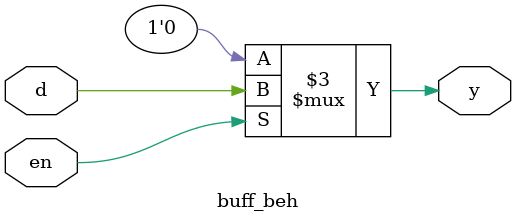
<source format=v>
module buff_beh(input d,en,output reg y);
initial begin
		if(en)begin
		 y=d;
			end
		
			else begin
		 y=0;
	end
end
endmodule


</source>
